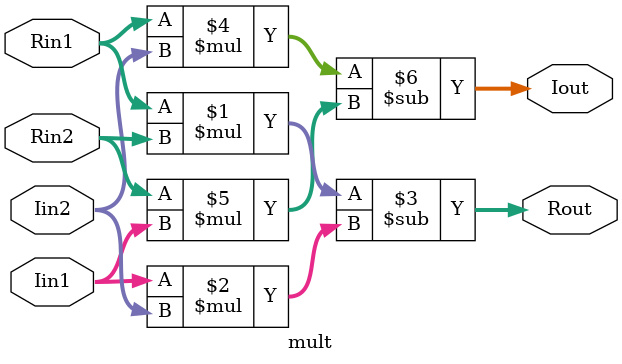
<source format=v>
module mult#(parameter n=4)
  (          input signed [n-1:0] Rin1,
             input signed [n-1:0] Iin1,
             input signed [n-1:0] Rin2,
             input signed [n-1:0] Iin2,
             output signed[2*n-1:0] Rout,
             output signed[2*n-1:0] Iout
  );
assign Rout = Rin1*Rin2 - Iin1*Iin2;
assign Iout = Rin1*Iin2 - Rin2*Iin1;
endmodule

</source>
